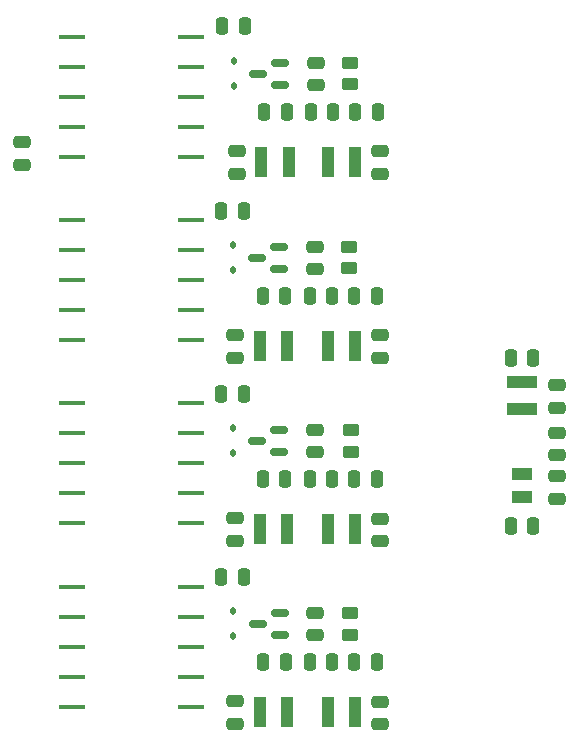
<source format=gbr>
%TF.GenerationSoftware,KiCad,Pcbnew,7.0.8*%
%TF.CreationDate,2024-01-03T10:18:07-08:00*%
%TF.ProjectId,QSE Filter,51534520-4669-46c7-9465-722e6b696361,rev?*%
%TF.SameCoordinates,Original*%
%TF.FileFunction,Paste,Top*%
%TF.FilePolarity,Positive*%
%FSLAX46Y46*%
G04 Gerber Fmt 4.6, Leading zero omitted, Abs format (unit mm)*
G04 Created by KiCad (PCBNEW 7.0.8) date 2024-01-03 10:18:07*
%MOMM*%
%LPD*%
G01*
G04 APERTURE LIST*
G04 Aperture macros list*
%AMRoundRect*
0 Rectangle with rounded corners*
0 $1 Rounding radius*
0 $2 $3 $4 $5 $6 $7 $8 $9 X,Y pos of 4 corners*
0 Add a 4 corners polygon primitive as box body*
4,1,4,$2,$3,$4,$5,$6,$7,$8,$9,$2,$3,0*
0 Add four circle primitives for the rounded corners*
1,1,$1+$1,$2,$3*
1,1,$1+$1,$4,$5*
1,1,$1+$1,$6,$7*
1,1,$1+$1,$8,$9*
0 Add four rect primitives between the rounded corners*
20,1,$1+$1,$2,$3,$4,$5,0*
20,1,$1+$1,$4,$5,$6,$7,0*
20,1,$1+$1,$6,$7,$8,$9,0*
20,1,$1+$1,$8,$9,$2,$3,0*%
G04 Aperture macros list end*
%ADD10RoundRect,0.250000X0.450000X-0.262500X0.450000X0.262500X-0.450000X0.262500X-0.450000X-0.262500X0*%
%ADD11RoundRect,0.250000X-0.475000X0.250000X-0.475000X-0.250000X0.475000X-0.250000X0.475000X0.250000X0*%
%ADD12R,1.750000X1.090000*%
%ADD13R,1.016000X2.540000*%
%ADD14RoundRect,0.250000X-0.250000X-0.475000X0.250000X-0.475000X0.250000X0.475000X-0.250000X0.475000X0*%
%ADD15RoundRect,0.112500X-0.112500X0.187500X-0.112500X-0.187500X0.112500X-0.187500X0.112500X0.187500X0*%
%ADD16RoundRect,0.250000X0.250000X0.475000X-0.250000X0.475000X-0.250000X-0.475000X0.250000X-0.475000X0*%
%ADD17RoundRect,0.250000X0.475000X-0.250000X0.475000X0.250000X-0.475000X0.250000X-0.475000X-0.250000X0*%
%ADD18RoundRect,0.150000X0.587500X0.150000X-0.587500X0.150000X-0.587500X-0.150000X0.587500X-0.150000X0*%
%ADD19R,2.235200X0.457200*%
%ADD20R,2.540000X1.016000*%
G04 APERTURE END LIST*
D10*
%TO.C,R4*%
X120210000Y-102662500D03*
X120210000Y-100837500D03*
%TD*%
%TO.C,R3*%
X120320000Y-87192500D03*
X120320000Y-85367500D03*
%TD*%
%TO.C,R2*%
X120080000Y-69807500D03*
X120080000Y-71632500D03*
%TD*%
%TO.C,R1*%
X120230000Y-56062500D03*
X120230000Y-54237500D03*
%TD*%
D11*
%TO.C,C15*%
X110500000Y-77300000D03*
X110500000Y-79200000D03*
%TD*%
D12*
%TO.C,L6*%
X134750000Y-91014001D03*
X134750000Y-89096001D03*
%TD*%
D13*
%TO.C,L10*%
X112605001Y-109250000D03*
X114894999Y-109250000D03*
%TD*%
D14*
%TO.C,C28*%
X116800000Y-89500000D03*
X118700000Y-89500000D03*
%TD*%
D15*
%TO.C,D5*%
X110250000Y-100700000D03*
X110250000Y-102800000D03*
%TD*%
D16*
%TO.C,C34*%
X122450000Y-105000000D03*
X120550000Y-105000000D03*
%TD*%
D15*
%TO.C,D2*%
X110250000Y-69700000D03*
X110250000Y-71800000D03*
%TD*%
D13*
%TO.C,L9*%
X118355001Y-109250000D03*
X120644999Y-109250000D03*
%TD*%
D14*
%TO.C,C26*%
X112800000Y-89500000D03*
X114700000Y-89500000D03*
%TD*%
%TO.C,C5*%
X116897499Y-58420000D03*
X118797499Y-58420000D03*
%TD*%
%TO.C,C14*%
X116800000Y-74000000D03*
X118700000Y-74000000D03*
%TD*%
D17*
%TO.C,C19*%
X137750000Y-87450000D03*
X137750000Y-85550000D03*
%TD*%
D14*
%TO.C,C3*%
X109397499Y-51170000D03*
X111297499Y-51170000D03*
%TD*%
D17*
%TO.C,C30*%
X117250000Y-102700000D03*
X117250000Y-100800000D03*
%TD*%
D13*
%TO.C,L2*%
X118355001Y-62670000D03*
X120644999Y-62670000D03*
%TD*%
D17*
%TO.C,C2*%
X117347499Y-56120000D03*
X117347499Y-54220000D03*
%TD*%
D14*
%TO.C,C33*%
X112850000Y-105000000D03*
X114750000Y-105000000D03*
%TD*%
%TO.C,C31*%
X109300000Y-97750000D03*
X111200000Y-97750000D03*
%TD*%
D18*
%TO.C,Q5*%
X114250000Y-102700000D03*
X114250000Y-100800000D03*
X112375000Y-101750000D03*
%TD*%
D13*
%TO.C,L8*%
X112605001Y-93750000D03*
X114894999Y-93750000D03*
%TD*%
D18*
%TO.C,Q4*%
X114187500Y-87200000D03*
X114187500Y-85300000D03*
X112312500Y-86250000D03*
%TD*%
D13*
%TO.C,L1*%
X112702500Y-62670000D03*
X114992498Y-62670000D03*
%TD*%
D18*
%TO.C,Q2*%
X114187500Y-71700000D03*
X114187500Y-69800000D03*
X112312500Y-70750000D03*
%TD*%
D14*
%TO.C,C12*%
X112800000Y-74000000D03*
X114700000Y-74000000D03*
%TD*%
D15*
%TO.C,D1*%
X110347499Y-54120000D03*
X110347499Y-56220000D03*
%TD*%
D17*
%TO.C,C23*%
X117250000Y-87200000D03*
X117250000Y-85300000D03*
%TD*%
%TO.C,C9*%
X117250000Y-71700000D03*
X117250000Y-69800000D03*
%TD*%
D14*
%TO.C,C35*%
X116800000Y-105000000D03*
X118700000Y-105000000D03*
%TD*%
D15*
%TO.C,D4*%
X110250000Y-85200000D03*
X110250000Y-87300000D03*
%TD*%
D17*
%TO.C,C11*%
X122750000Y-79200000D03*
X122750000Y-77300000D03*
%TD*%
D19*
%TO.C,U4*%
X96666200Y-83089901D03*
X96666200Y-85630000D03*
X96666200Y-88170000D03*
X96666200Y-90710000D03*
X96666200Y-93250000D03*
X106750000Y-93250000D03*
X106750000Y-90710000D03*
X106750000Y-88170000D03*
X106750000Y-85630000D03*
X106750000Y-83089901D03*
%TD*%
D16*
%TO.C,C27*%
X122450000Y-89500000D03*
X120550000Y-89500000D03*
%TD*%
%TO.C,C18*%
X135700000Y-79200000D03*
X133800000Y-79200000D03*
%TD*%
D13*
%TO.C,L7*%
X118355001Y-93750000D03*
X120644999Y-93750000D03*
%TD*%
D19*
%TO.C,U5*%
X96666200Y-98589901D03*
X96666200Y-101130000D03*
X96666200Y-103670000D03*
X96666200Y-106210000D03*
X96666200Y-108750000D03*
X106750000Y-108750000D03*
X106750000Y-106210000D03*
X106750000Y-103670000D03*
X106750000Y-101130000D03*
X106750000Y-98589901D03*
%TD*%
D17*
%TO.C,C32*%
X122750000Y-110250000D03*
X122750000Y-108350000D03*
%TD*%
D13*
%TO.C,L4*%
X112605001Y-78250000D03*
X114894999Y-78250000D03*
%TD*%
D11*
%TO.C,C4*%
X110597499Y-61720000D03*
X110597499Y-63620000D03*
%TD*%
D14*
%TO.C,C10*%
X109300000Y-66750000D03*
X111200000Y-66750000D03*
%TD*%
D11*
%TO.C,C29*%
X110500000Y-92800000D03*
X110500000Y-94700000D03*
%TD*%
D14*
%TO.C,C7*%
X112927499Y-58420000D03*
X114827499Y-58420000D03*
%TD*%
D13*
%TO.C,L3*%
X118355001Y-78250000D03*
X120644999Y-78250000D03*
%TD*%
D19*
%TO.C,U2*%
X96666200Y-67589901D03*
X96666200Y-70130000D03*
X96666200Y-72670000D03*
X96666200Y-75210000D03*
X96666200Y-77750000D03*
X106750000Y-77750000D03*
X106750000Y-75210000D03*
X106750000Y-72670000D03*
X106750000Y-70130000D03*
X106750000Y-67589901D03*
%TD*%
D16*
%TO.C,C6*%
X122547499Y-58420000D03*
X120647499Y-58420000D03*
%TD*%
%TO.C,C20*%
X135700000Y-93450000D03*
X133800000Y-93450000D03*
%TD*%
D11*
%TO.C,C1*%
X92458100Y-60970000D03*
X92458100Y-62870000D03*
%TD*%
D19*
%TO.C,U1*%
X96624300Y-52089901D03*
X96624300Y-54630000D03*
X96624300Y-57170000D03*
X96624300Y-59710000D03*
X96624300Y-62250000D03*
X106708100Y-62250000D03*
X106708100Y-59710000D03*
X106708100Y-57170000D03*
X106708100Y-54630000D03*
X106708100Y-52089901D03*
%TD*%
D17*
%TO.C,C8*%
X122750000Y-63620000D03*
X122750000Y-61720000D03*
%TD*%
D16*
%TO.C,C13*%
X122450000Y-74000000D03*
X120550000Y-74000000D03*
%TD*%
D14*
%TO.C,C24*%
X109300000Y-82250000D03*
X111200000Y-82250000D03*
%TD*%
D18*
%TO.C,Q1*%
X114284999Y-56120000D03*
X114284999Y-54220000D03*
X112409999Y-55170000D03*
%TD*%
D11*
%TO.C,C36*%
X110500000Y-108300000D03*
X110500000Y-110200000D03*
%TD*%
D17*
%TO.C,C16*%
X137750000Y-83450000D03*
X137750000Y-81550000D03*
%TD*%
%TO.C,C17*%
X137750000Y-91150000D03*
X137750000Y-89250000D03*
%TD*%
%TO.C,C25*%
X122750000Y-94750000D03*
X122750000Y-92850000D03*
%TD*%
D20*
%TO.C,L5*%
X134750000Y-83594999D03*
X134750000Y-81305001D03*
%TD*%
M02*

</source>
